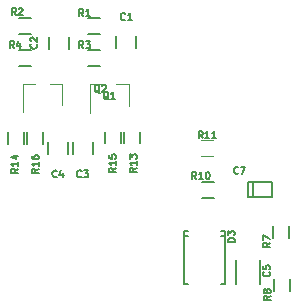
<source format=gto>
G04 #@! TF.FileFunction,Legend,Top*
%FSLAX46Y46*%
G04 Gerber Fmt 4.6, Leading zero omitted, Abs format (unit mm)*
G04 Created by KiCad (PCBNEW 4.0.4-1.fc24-product) date Thu Jun 14 15:19:54 2018*
%MOMM*%
%LPD*%
G01*
G04 APERTURE LIST*
%ADD10C,0.100000*%
%ADD11C,0.150000*%
%ADD12C,0.120000*%
G04 APERTURE END LIST*
D10*
D11*
X152525000Y-101900000D02*
X152525000Y-99900000D01*
X150475000Y-99900000D02*
X150475000Y-101900000D01*
X153625000Y-98000000D02*
X153625000Y-97000000D01*
X154975000Y-97000000D02*
X154975000Y-98000000D01*
X151915000Y-94535000D02*
X151915000Y-93265000D01*
X153566000Y-94535000D02*
X153566000Y-93265000D01*
X153566000Y-93265000D02*
X151534000Y-93265000D01*
X151534000Y-93265000D02*
X151534000Y-94535000D01*
X151534000Y-94535000D02*
X153566000Y-94535000D01*
D12*
X138100000Y-87400000D02*
X138100000Y-85000000D01*
X138100000Y-85000000D02*
X139150000Y-85000000D01*
X141400000Y-86800000D02*
X141400000Y-85000000D01*
X141400000Y-85000000D02*
X140350000Y-85000000D01*
X132450000Y-87350000D02*
X132450000Y-84950000D01*
X132450000Y-84950000D02*
X133500000Y-84950000D01*
X135750000Y-86750000D02*
X135750000Y-84950000D01*
X135750000Y-84950000D02*
X134700000Y-84950000D01*
D11*
X137943993Y-79395255D02*
X138943993Y-79395255D01*
X138943993Y-80745255D02*
X137943993Y-80745255D01*
X132143993Y-79395255D02*
X133143993Y-79395255D01*
X133143993Y-80745255D02*
X132143993Y-80745255D01*
X137943993Y-82095255D02*
X138943993Y-82095255D01*
X138943993Y-83445255D02*
X137943993Y-83445255D01*
X132093993Y-82095255D02*
X133093993Y-82095255D01*
X133093993Y-83445255D02*
X132093993Y-83445255D01*
X153675000Y-102500000D02*
X153675000Y-101500000D01*
X155025000Y-101500000D02*
X155025000Y-102500000D01*
X147600000Y-93275000D02*
X148600000Y-93275000D01*
X148600000Y-94625000D02*
X147600000Y-94625000D01*
X146049940Y-97851880D02*
X146400460Y-97851880D01*
X149550060Y-97851880D02*
X149199540Y-97851880D01*
X146049940Y-101901460D02*
X146400460Y-101901460D01*
X146049940Y-97400580D02*
X146400460Y-97400580D01*
X149550060Y-97400580D02*
X149199540Y-97400580D01*
X149550060Y-101901460D02*
X149199540Y-101901460D01*
X146049940Y-97400580D02*
X146049940Y-101901460D01*
X149550060Y-97400580D02*
X149550060Y-101901460D01*
X141025000Y-90000000D02*
X141025000Y-89000000D01*
X142375000Y-89000000D02*
X142375000Y-90000000D01*
X131175000Y-90050000D02*
X131175000Y-89050000D01*
X132525000Y-89050000D02*
X132525000Y-90050000D01*
X140725000Y-89000000D02*
X140725000Y-90000000D01*
X139375000Y-90000000D02*
X139375000Y-89000000D01*
X134175000Y-89050000D02*
X134175000Y-90050000D01*
X132825000Y-90050000D02*
X132825000Y-89050000D01*
D12*
X147550000Y-89720000D02*
X148550000Y-89720000D01*
X148550000Y-91080000D02*
X147550000Y-91080000D01*
D11*
X140350000Y-80900000D02*
X140350000Y-81900000D01*
X142050000Y-81900000D02*
X142050000Y-80900000D01*
X134650000Y-81000000D02*
X134650000Y-82000000D01*
X136350000Y-82000000D02*
X136350000Y-81000000D01*
X138350000Y-90900000D02*
X138350000Y-89900000D01*
X136650000Y-89900000D02*
X136650000Y-90900000D01*
X136250000Y-90900000D02*
X136250000Y-89900000D01*
X134550000Y-89900000D02*
X134550000Y-90900000D01*
X153314286Y-100900000D02*
X153342857Y-100928571D01*
X153371429Y-101014285D01*
X153371429Y-101071428D01*
X153342857Y-101157143D01*
X153285714Y-101214285D01*
X153228571Y-101242857D01*
X153114286Y-101271428D01*
X153028571Y-101271428D01*
X152914286Y-101242857D01*
X152857143Y-101214285D01*
X152800000Y-101157143D01*
X152771429Y-101071428D01*
X152771429Y-101014285D01*
X152800000Y-100928571D01*
X152828571Y-100900000D01*
X152771429Y-100357143D02*
X152771429Y-100642857D01*
X153057143Y-100671428D01*
X153028571Y-100642857D01*
X153000000Y-100585714D01*
X153000000Y-100442857D01*
X153028571Y-100385714D01*
X153057143Y-100357143D01*
X153114286Y-100328571D01*
X153257143Y-100328571D01*
X153314286Y-100357143D01*
X153342857Y-100385714D01*
X153371429Y-100442857D01*
X153371429Y-100585714D01*
X153342857Y-100642857D01*
X153314286Y-100671428D01*
X153371429Y-98400000D02*
X153085714Y-98600000D01*
X153371429Y-98742857D02*
X152771429Y-98742857D01*
X152771429Y-98514285D01*
X152800000Y-98457143D01*
X152828571Y-98428571D01*
X152885714Y-98400000D01*
X152971429Y-98400000D01*
X153028571Y-98428571D01*
X153057143Y-98457143D01*
X153085714Y-98514285D01*
X153085714Y-98742857D01*
X152771429Y-98200000D02*
X152771429Y-97800000D01*
X153371429Y-98057143D01*
X150673980Y-92514286D02*
X150645409Y-92542857D01*
X150559695Y-92571429D01*
X150502552Y-92571429D01*
X150416837Y-92542857D01*
X150359695Y-92485714D01*
X150331123Y-92428571D01*
X150302552Y-92314286D01*
X150302552Y-92228571D01*
X150331123Y-92114286D01*
X150359695Y-92057143D01*
X150416837Y-92000000D01*
X150502552Y-91971429D01*
X150559695Y-91971429D01*
X150645409Y-92000000D01*
X150673980Y-92028571D01*
X150873980Y-91971429D02*
X151273980Y-91971429D01*
X151016837Y-92571429D01*
X139692857Y-86278571D02*
X139635714Y-86250000D01*
X139578571Y-86192857D01*
X139492857Y-86107143D01*
X139435714Y-86078571D01*
X139378571Y-86078571D01*
X139407143Y-86221429D02*
X139350000Y-86192857D01*
X139292857Y-86135714D01*
X139264286Y-86021429D01*
X139264286Y-85821429D01*
X139292857Y-85707143D01*
X139350000Y-85650000D01*
X139407143Y-85621429D01*
X139521429Y-85621429D01*
X139578571Y-85650000D01*
X139635714Y-85707143D01*
X139664286Y-85821429D01*
X139664286Y-86021429D01*
X139635714Y-86135714D01*
X139578571Y-86192857D01*
X139521429Y-86221429D01*
X139407143Y-86221429D01*
X140235714Y-86221429D02*
X139892857Y-86221429D01*
X140064285Y-86221429D02*
X140064285Y-85621429D01*
X140007142Y-85707143D01*
X139950000Y-85764286D01*
X139892857Y-85792857D01*
X138942857Y-85728571D02*
X138885714Y-85700000D01*
X138828571Y-85642857D01*
X138742857Y-85557143D01*
X138685714Y-85528571D01*
X138628571Y-85528571D01*
X138657143Y-85671429D02*
X138600000Y-85642857D01*
X138542857Y-85585714D01*
X138514286Y-85471429D01*
X138514286Y-85271429D01*
X138542857Y-85157143D01*
X138600000Y-85100000D01*
X138657143Y-85071429D01*
X138771429Y-85071429D01*
X138828571Y-85100000D01*
X138885714Y-85157143D01*
X138914286Y-85271429D01*
X138914286Y-85471429D01*
X138885714Y-85585714D01*
X138828571Y-85642857D01*
X138771429Y-85671429D01*
X138657143Y-85671429D01*
X139142857Y-85128571D02*
X139171428Y-85100000D01*
X139228571Y-85071429D01*
X139371428Y-85071429D01*
X139428571Y-85100000D01*
X139457142Y-85128571D01*
X139485714Y-85185714D01*
X139485714Y-85242857D01*
X139457142Y-85328571D01*
X139114285Y-85671429D01*
X139485714Y-85671429D01*
X137543993Y-79241684D02*
X137343993Y-78955969D01*
X137201136Y-79241684D02*
X137201136Y-78641684D01*
X137429708Y-78641684D01*
X137486850Y-78670255D01*
X137515422Y-78698826D01*
X137543993Y-78755969D01*
X137543993Y-78841684D01*
X137515422Y-78898826D01*
X137486850Y-78927398D01*
X137429708Y-78955969D01*
X137201136Y-78955969D01*
X138115422Y-79241684D02*
X137772565Y-79241684D01*
X137943993Y-79241684D02*
X137943993Y-78641684D01*
X137886850Y-78727398D01*
X137829708Y-78784541D01*
X137772565Y-78813112D01*
X131843993Y-79141684D02*
X131643993Y-78855969D01*
X131501136Y-79141684D02*
X131501136Y-78541684D01*
X131729708Y-78541684D01*
X131786850Y-78570255D01*
X131815422Y-78598826D01*
X131843993Y-78655969D01*
X131843993Y-78741684D01*
X131815422Y-78798826D01*
X131786850Y-78827398D01*
X131729708Y-78855969D01*
X131501136Y-78855969D01*
X132072565Y-78598826D02*
X132101136Y-78570255D01*
X132158279Y-78541684D01*
X132301136Y-78541684D01*
X132358279Y-78570255D01*
X132386850Y-78598826D01*
X132415422Y-78655969D01*
X132415422Y-78713112D01*
X132386850Y-78798826D01*
X132043993Y-79141684D01*
X132415422Y-79141684D01*
X137543993Y-81941684D02*
X137343993Y-81655969D01*
X137201136Y-81941684D02*
X137201136Y-81341684D01*
X137429708Y-81341684D01*
X137486850Y-81370255D01*
X137515422Y-81398826D01*
X137543993Y-81455969D01*
X137543993Y-81541684D01*
X137515422Y-81598826D01*
X137486850Y-81627398D01*
X137429708Y-81655969D01*
X137201136Y-81655969D01*
X137743993Y-81341684D02*
X138115422Y-81341684D01*
X137915422Y-81570255D01*
X138001136Y-81570255D01*
X138058279Y-81598826D01*
X138086850Y-81627398D01*
X138115422Y-81684541D01*
X138115422Y-81827398D01*
X138086850Y-81884541D01*
X138058279Y-81913112D01*
X138001136Y-81941684D01*
X137829708Y-81941684D01*
X137772565Y-81913112D01*
X137743993Y-81884541D01*
X131693993Y-81941684D02*
X131493993Y-81655969D01*
X131351136Y-81941684D02*
X131351136Y-81341684D01*
X131579708Y-81341684D01*
X131636850Y-81370255D01*
X131665422Y-81398826D01*
X131693993Y-81455969D01*
X131693993Y-81541684D01*
X131665422Y-81598826D01*
X131636850Y-81627398D01*
X131579708Y-81655969D01*
X131351136Y-81655969D01*
X132208279Y-81541684D02*
X132208279Y-81941684D01*
X132065422Y-81313112D02*
X131922565Y-81741684D01*
X132293993Y-81741684D01*
X153421429Y-102900000D02*
X153135714Y-103100000D01*
X153421429Y-103242857D02*
X152821429Y-103242857D01*
X152821429Y-103014285D01*
X152850000Y-102957143D01*
X152878571Y-102928571D01*
X152935714Y-102900000D01*
X153021429Y-102900000D01*
X153078571Y-102928571D01*
X153107143Y-102957143D01*
X153135714Y-103014285D01*
X153135714Y-103242857D01*
X153078571Y-102557143D02*
X153050000Y-102614285D01*
X153021429Y-102642857D01*
X152964286Y-102671428D01*
X152935714Y-102671428D01*
X152878571Y-102642857D01*
X152850000Y-102614285D01*
X152821429Y-102557143D01*
X152821429Y-102442857D01*
X152850000Y-102385714D01*
X152878571Y-102357143D01*
X152935714Y-102328571D01*
X152964286Y-102328571D01*
X153021429Y-102357143D01*
X153050000Y-102385714D01*
X153078571Y-102442857D01*
X153078571Y-102557143D01*
X153107143Y-102614285D01*
X153135714Y-102642857D01*
X153192857Y-102671428D01*
X153307143Y-102671428D01*
X153364286Y-102642857D01*
X153392857Y-102614285D01*
X153421429Y-102557143D01*
X153421429Y-102442857D01*
X153392857Y-102385714D01*
X153364286Y-102357143D01*
X153307143Y-102328571D01*
X153192857Y-102328571D01*
X153135714Y-102357143D01*
X153107143Y-102385714D01*
X153078571Y-102442857D01*
X147114285Y-93021429D02*
X146914285Y-92735714D01*
X146771428Y-93021429D02*
X146771428Y-92421429D01*
X147000000Y-92421429D01*
X147057142Y-92450000D01*
X147085714Y-92478571D01*
X147114285Y-92535714D01*
X147114285Y-92621429D01*
X147085714Y-92678571D01*
X147057142Y-92707143D01*
X147000000Y-92735714D01*
X146771428Y-92735714D01*
X147685714Y-93021429D02*
X147342857Y-93021429D01*
X147514285Y-93021429D02*
X147514285Y-92421429D01*
X147457142Y-92507143D01*
X147400000Y-92564286D01*
X147342857Y-92592857D01*
X148057143Y-92421429D02*
X148114286Y-92421429D01*
X148171429Y-92450000D01*
X148200000Y-92478571D01*
X148228571Y-92535714D01*
X148257143Y-92650000D01*
X148257143Y-92792857D01*
X148228571Y-92907143D01*
X148200000Y-92964286D01*
X148171429Y-92992857D01*
X148114286Y-93021429D01*
X148057143Y-93021429D01*
X148000000Y-92992857D01*
X147971429Y-92964286D01*
X147942857Y-92907143D01*
X147914286Y-92792857D01*
X147914286Y-92650000D01*
X147942857Y-92535714D01*
X147971429Y-92478571D01*
X148000000Y-92450000D01*
X148057143Y-92421429D01*
X150371429Y-98342857D02*
X149771429Y-98342857D01*
X149771429Y-98200000D01*
X149800000Y-98114285D01*
X149857143Y-98057143D01*
X149914286Y-98028571D01*
X150028571Y-98000000D01*
X150114286Y-98000000D01*
X150228571Y-98028571D01*
X150285714Y-98057143D01*
X150342857Y-98114285D01*
X150371429Y-98200000D01*
X150371429Y-98342857D01*
X149771429Y-97800000D02*
X149771429Y-97428571D01*
X150000000Y-97628571D01*
X150000000Y-97542857D01*
X150028571Y-97485714D01*
X150057143Y-97457143D01*
X150114286Y-97428571D01*
X150257143Y-97428571D01*
X150314286Y-97457143D01*
X150342857Y-97485714D01*
X150371429Y-97542857D01*
X150371429Y-97714285D01*
X150342857Y-97771428D01*
X150314286Y-97800000D01*
X142071429Y-92085715D02*
X141785714Y-92285715D01*
X142071429Y-92428572D02*
X141471429Y-92428572D01*
X141471429Y-92200000D01*
X141500000Y-92142858D01*
X141528571Y-92114286D01*
X141585714Y-92085715D01*
X141671429Y-92085715D01*
X141728571Y-92114286D01*
X141757143Y-92142858D01*
X141785714Y-92200000D01*
X141785714Y-92428572D01*
X142071429Y-91514286D02*
X142071429Y-91857143D01*
X142071429Y-91685715D02*
X141471429Y-91685715D01*
X141557143Y-91742858D01*
X141614286Y-91800000D01*
X141642857Y-91857143D01*
X141471429Y-91314286D02*
X141471429Y-90942857D01*
X141700000Y-91142857D01*
X141700000Y-91057143D01*
X141728571Y-91000000D01*
X141757143Y-90971429D01*
X141814286Y-90942857D01*
X141957143Y-90942857D01*
X142014286Y-90971429D01*
X142042857Y-91000000D01*
X142071429Y-91057143D01*
X142071429Y-91228571D01*
X142042857Y-91285714D01*
X142014286Y-91314286D01*
X132021429Y-92135715D02*
X131735714Y-92335715D01*
X132021429Y-92478572D02*
X131421429Y-92478572D01*
X131421429Y-92250000D01*
X131450000Y-92192858D01*
X131478571Y-92164286D01*
X131535714Y-92135715D01*
X131621429Y-92135715D01*
X131678571Y-92164286D01*
X131707143Y-92192858D01*
X131735714Y-92250000D01*
X131735714Y-92478572D01*
X132021429Y-91564286D02*
X132021429Y-91907143D01*
X132021429Y-91735715D02*
X131421429Y-91735715D01*
X131507143Y-91792858D01*
X131564286Y-91850000D01*
X131592857Y-91907143D01*
X131621429Y-91050000D02*
X132021429Y-91050000D01*
X131392857Y-91192857D02*
X131821429Y-91335714D01*
X131821429Y-90964286D01*
X140321429Y-92085715D02*
X140035714Y-92285715D01*
X140321429Y-92428572D02*
X139721429Y-92428572D01*
X139721429Y-92200000D01*
X139750000Y-92142858D01*
X139778571Y-92114286D01*
X139835714Y-92085715D01*
X139921429Y-92085715D01*
X139978571Y-92114286D01*
X140007143Y-92142858D01*
X140035714Y-92200000D01*
X140035714Y-92428572D01*
X140321429Y-91514286D02*
X140321429Y-91857143D01*
X140321429Y-91685715D02*
X139721429Y-91685715D01*
X139807143Y-91742858D01*
X139864286Y-91800000D01*
X139892857Y-91857143D01*
X139721429Y-90971429D02*
X139721429Y-91257143D01*
X140007143Y-91285714D01*
X139978571Y-91257143D01*
X139950000Y-91200000D01*
X139950000Y-91057143D01*
X139978571Y-91000000D01*
X140007143Y-90971429D01*
X140064286Y-90942857D01*
X140207143Y-90942857D01*
X140264286Y-90971429D01*
X140292857Y-91000000D01*
X140321429Y-91057143D01*
X140321429Y-91200000D01*
X140292857Y-91257143D01*
X140264286Y-91285714D01*
X133771429Y-92135715D02*
X133485714Y-92335715D01*
X133771429Y-92478572D02*
X133171429Y-92478572D01*
X133171429Y-92250000D01*
X133200000Y-92192858D01*
X133228571Y-92164286D01*
X133285714Y-92135715D01*
X133371429Y-92135715D01*
X133428571Y-92164286D01*
X133457143Y-92192858D01*
X133485714Y-92250000D01*
X133485714Y-92478572D01*
X133771429Y-91564286D02*
X133771429Y-91907143D01*
X133771429Y-91735715D02*
X133171429Y-91735715D01*
X133257143Y-91792858D01*
X133314286Y-91850000D01*
X133342857Y-91907143D01*
X133171429Y-91050000D02*
X133171429Y-91164286D01*
X133200000Y-91221429D01*
X133228571Y-91250000D01*
X133314286Y-91307143D01*
X133428571Y-91335714D01*
X133657143Y-91335714D01*
X133714286Y-91307143D01*
X133742857Y-91278571D01*
X133771429Y-91221429D01*
X133771429Y-91107143D01*
X133742857Y-91050000D01*
X133714286Y-91021429D01*
X133657143Y-90992857D01*
X133514286Y-90992857D01*
X133457143Y-91021429D01*
X133428571Y-91050000D01*
X133400000Y-91107143D01*
X133400000Y-91221429D01*
X133428571Y-91278571D01*
X133457143Y-91307143D01*
X133514286Y-91335714D01*
X147664285Y-89571429D02*
X147464285Y-89285714D01*
X147321428Y-89571429D02*
X147321428Y-88971429D01*
X147550000Y-88971429D01*
X147607142Y-89000000D01*
X147635714Y-89028571D01*
X147664285Y-89085714D01*
X147664285Y-89171429D01*
X147635714Y-89228571D01*
X147607142Y-89257143D01*
X147550000Y-89285714D01*
X147321428Y-89285714D01*
X148235714Y-89571429D02*
X147892857Y-89571429D01*
X148064285Y-89571429D02*
X148064285Y-88971429D01*
X148007142Y-89057143D01*
X147950000Y-89114286D01*
X147892857Y-89142857D01*
X148807143Y-89571429D02*
X148464286Y-89571429D01*
X148635714Y-89571429D02*
X148635714Y-88971429D01*
X148578571Y-89057143D01*
X148521429Y-89114286D01*
X148464286Y-89142857D01*
X141100000Y-79514286D02*
X141071429Y-79542857D01*
X140985715Y-79571429D01*
X140928572Y-79571429D01*
X140842857Y-79542857D01*
X140785715Y-79485714D01*
X140757143Y-79428571D01*
X140728572Y-79314286D01*
X140728572Y-79228571D01*
X140757143Y-79114286D01*
X140785715Y-79057143D01*
X140842857Y-79000000D01*
X140928572Y-78971429D01*
X140985715Y-78971429D01*
X141071429Y-79000000D01*
X141100000Y-79028571D01*
X141671429Y-79571429D02*
X141328572Y-79571429D01*
X141500000Y-79571429D02*
X141500000Y-78971429D01*
X141442857Y-79057143D01*
X141385715Y-79114286D01*
X141328572Y-79142857D01*
X133614286Y-81600000D02*
X133642857Y-81628571D01*
X133671429Y-81714285D01*
X133671429Y-81771428D01*
X133642857Y-81857143D01*
X133585714Y-81914285D01*
X133528571Y-81942857D01*
X133414286Y-81971428D01*
X133328571Y-81971428D01*
X133214286Y-81942857D01*
X133157143Y-81914285D01*
X133100000Y-81857143D01*
X133071429Y-81771428D01*
X133071429Y-81714285D01*
X133100000Y-81628571D01*
X133128571Y-81600000D01*
X133128571Y-81371428D02*
X133100000Y-81342857D01*
X133071429Y-81285714D01*
X133071429Y-81142857D01*
X133100000Y-81085714D01*
X133128571Y-81057143D01*
X133185714Y-81028571D01*
X133242857Y-81028571D01*
X133328571Y-81057143D01*
X133671429Y-81400000D01*
X133671429Y-81028571D01*
X137400000Y-92814286D02*
X137371429Y-92842857D01*
X137285715Y-92871429D01*
X137228572Y-92871429D01*
X137142857Y-92842857D01*
X137085715Y-92785714D01*
X137057143Y-92728571D01*
X137028572Y-92614286D01*
X137028572Y-92528571D01*
X137057143Y-92414286D01*
X137085715Y-92357143D01*
X137142857Y-92300000D01*
X137228572Y-92271429D01*
X137285715Y-92271429D01*
X137371429Y-92300000D01*
X137400000Y-92328571D01*
X137600000Y-92271429D02*
X137971429Y-92271429D01*
X137771429Y-92500000D01*
X137857143Y-92500000D01*
X137914286Y-92528571D01*
X137942857Y-92557143D01*
X137971429Y-92614286D01*
X137971429Y-92757143D01*
X137942857Y-92814286D01*
X137914286Y-92842857D01*
X137857143Y-92871429D01*
X137685715Y-92871429D01*
X137628572Y-92842857D01*
X137600000Y-92814286D01*
X135300000Y-92814286D02*
X135271429Y-92842857D01*
X135185715Y-92871429D01*
X135128572Y-92871429D01*
X135042857Y-92842857D01*
X134985715Y-92785714D01*
X134957143Y-92728571D01*
X134928572Y-92614286D01*
X134928572Y-92528571D01*
X134957143Y-92414286D01*
X134985715Y-92357143D01*
X135042857Y-92300000D01*
X135128572Y-92271429D01*
X135185715Y-92271429D01*
X135271429Y-92300000D01*
X135300000Y-92328571D01*
X135814286Y-92471429D02*
X135814286Y-92871429D01*
X135671429Y-92242857D02*
X135528572Y-92671429D01*
X135900000Y-92671429D01*
M02*

</source>
